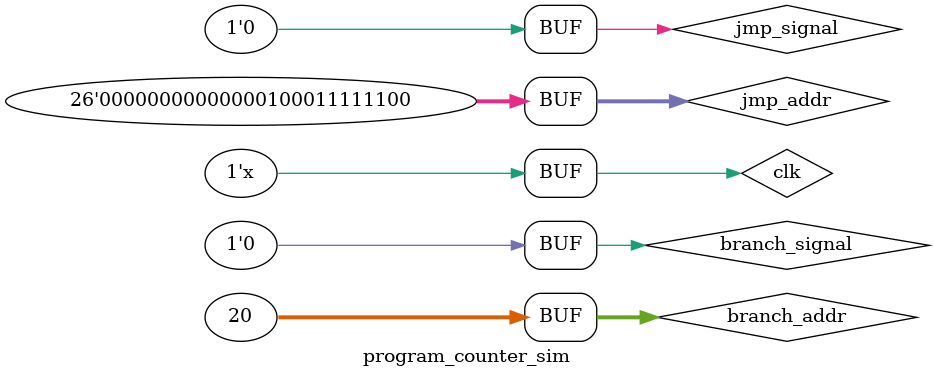
<source format=v>
`timescale 1ns / 1ps


module program_counter_sim;
    reg clk;
    wire [31:0] pc_out;
    reg [31:0] branch_addr;
    reg branch_signal;
    reg [25:0] jmp_addr;
    reg jmp_signal;
    

    program_counter uut(
        .clk(clk),
        .branch_addr(branch_addr),
        .pc_out(pc_out),
        .branch_signal(branch_signal),
        .jmp_addr(jmp_addr),
        .jmp_signal(jmp_signal)
        );
    
    initial begin
        clk=0;
        jmp_signal = 1'b0;
        branch_signal=1'b0;   
        branch_addr=8'h01010114;
        jmp_addr=26'b00000000000000100011111100;
    end
    
    always begin
        #50 clk=~clk;
        #50 clk=~clk;
        #50 clk=~clk;
        #50 clk=~clk;
        #50 clk=~clk;
        branch_signal = 1'b1;
        #50 clk=~clk;
        branch_signal = 1'b0;
        #50 clk=~clk;
        jmp_signal = 1'b1;
        #50 clk=~clk;
        jmp_signal = 1'b0;
        #50 clk=~clk;
        #50 clk=~clk;      
                        
    end
    
endmodule

</source>
